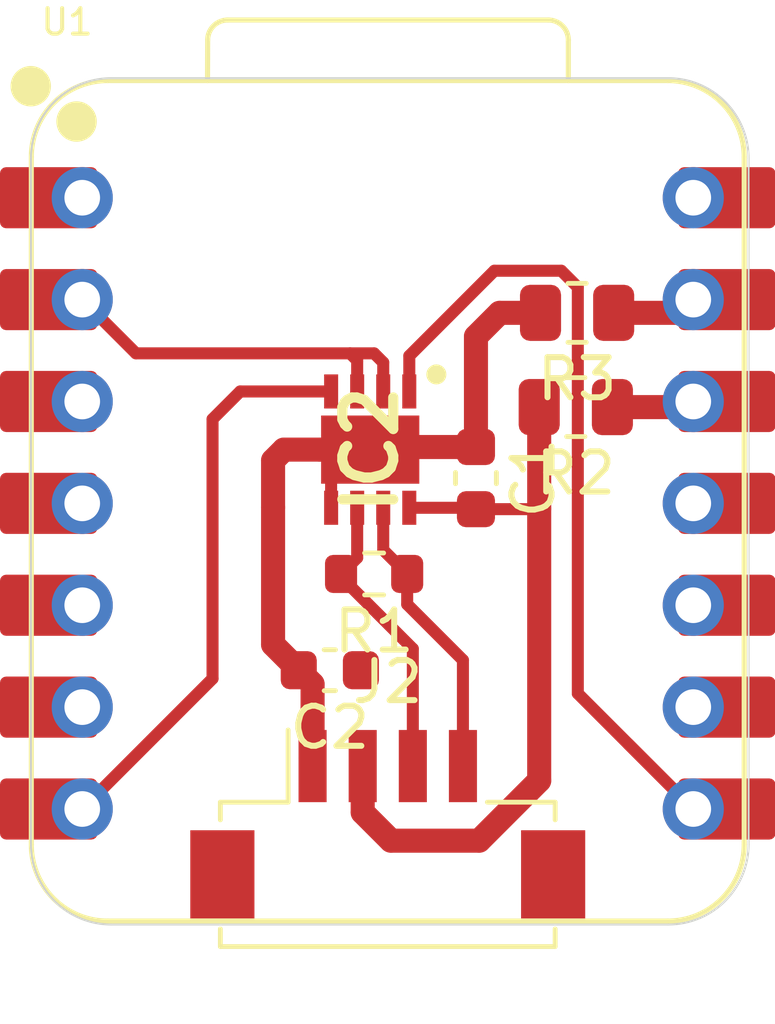
<source format=kicad_pcb>
(kicad_pcb (version 20240108) (generator "pcbnew") (generator_version "8.0")
  (layers (0 "F.Cu" signal) (31 "B.Cu" signal) (34 "B.Paste" user) (35 "F.Paste" user) (36 "B.SilkS" user "B.Silkscreen") (37 "F.SilkS" user "F.Silkscreen") (38 "B.Mask" user) (39 "F.Mask" user) (44 "Edge.Cuts" user))
  (net 0 "")
  (net 9 "Net-(U1-3V3)")
  (net 11 "Net-(R3-Pad1)")
  (net 12 "+3.3V")
  (net 13 "GND")
  (net 14 "Net-(IC2-B)")
  (net 15 "Net-(IC2-A)")
  (net 16 "/OE0")
  (net 17 "/TX0")
  (net 18 "/RX0")
  (footprint "Capacitor_SMD:C_0603_1608Metric" (layer "F.Cu") (at 128.555 104.16 180)
    (property "Reference" "C2" (at 0 -1.43 0) (layer "F.SilkS"))
    (property "Value" "C")
    (fp_line (start -0.14058 0.51) (end 0.14058 0.51) (stroke (width 0.12)) (layer "F.SilkS"))
    (fp_line (start -0.14058 -0.51) (end 0.14058 -0.51) (stroke (width 0.12)) (layer "F.SilkS"))
    (pad "1" smd roundrect (at -0.775 0 180) (size 0.9 0.95) (layers "F.Cu" "F.Paste" "F.Mask") (net 12 "+3.3V"))
    (pad "2" smd roundrect (at 0.775 0 180) (size 0.9 0.95) (layers "F.Cu" "F.Paste" "F.Mask") (net 13 "GND"))
  )
  (footprint "Seeed Studio XIAO Series Library:XIAO-ESP32-S3-DIP" (layer "F.Cu") (at 130 100)
    (property "Reference" "U1" (at -8 -12 0) (layer "F.SilkS") (effects (font (size 0.635 0.635) (thickness 0.1016))))
    (property "Value" "Seeed Studio XIAO SAMD21")
    (fp_line (start -8.89 8.509) (end -8.89 -8.636) (stroke (width 0.127)) (layer "F.SilkS"))
    (fp_line (start -6.985 10.414) (end 6.985 10.414) (stroke (width 0.127)) (layer "F.SilkS"))
    (fp_line (start -4.495 -10.541) (end -4.491272 -11.551272) (stroke (width 0.127)) (layer "F.SilkS"))
    (fp_line (start -3.991272 -12.051) (end 4.004 -12.051) (stroke (width 0.127)) (layer "F.SilkS"))
    (fp_line (start 4.504 -11.551) (end 4.504 -10.541) (stroke (width 0.127)) (layer "F.SilkS"))
    (fp_line (start 6.985 -10.541) (end -6.985 -10.541) (stroke (width 0.1)) (layer "F.SilkS"))
    (fp_line (start 6.985 -10.541) (end -6.985 -10.541) (stroke (width 0.127)) (layer "F.SilkS"))
    (fp_line (start 8.89 8.509) (end 8.89 -8.636) (stroke (width 0.127)) (layer "F.SilkS"))
    (fp_arc (start -8.89 -8.636) (mid -8.332038 -9.983038) (end -6.985 -10.541) (stroke (width 0.127)) (layer "F.SilkS"))
    (fp_arc (start -6.985 10.414) (mid -8.332038 9.856038) (end -8.89 8.509) (stroke (width 0.127)) (layer "F.SilkS"))
    (fp_arc (start -4.491272 -11.551272) (mid -4.344724 -11.904644) (end -3.991272 -12.051) (stroke (width 0.127)) (layer "F.SilkS"))
    (fp_arc (start 4.004 -12.051) (mid 4.357553 -11.904553) (end 4.504 -11.551) (stroke (width 0.127)) (layer "F.SilkS"))
    (fp_arc (start 6.985 -10.541) (mid 8.332038 -9.983038) (end 8.89 -8.636) (stroke (width 0.127)) (layer "F.SilkS"))
    (fp_arc (start 8.89 8.509) (mid 8.332038 9.856038) (end 6.985 10.414) (stroke (width 0.127)) (layer "F.SilkS"))
    (fp_circle (center -8.904 -10.4) (end -8.904 -10.654) (stroke (width 0.5)) (fill solid) (layer "F.SilkS"))
    (fp_circle (center -7.761 -9.52) (end -7.761 -9.774) (stroke (width 0.5)) (fill solid) (layer "F.SilkS"))
    (pad "1" smd roundrect (at -8.455 -7.62 180) (size 2.432 1.524) (layers "F.Cu" "F.Mask") (roundrect_rratio 0.1))
    (pad "1" thru_hole circle (at -7.62 -7.62 180) (size 1.524 1.524) (drill 0.889) (layers "*.Cu" "*.Mask"))
    (pad "2" smd roundrect (at -8.455 -5.08 180) (size 2.432 1.524) (layers "F.Cu" "F.Mask") (roundrect_rratio 0.1) (net 16 "/OE0"))
    (pad "2" thru_hole circle (at -7.62 -5.08 180) (size 1.524 1.524) (drill 0.889) (layers "*.Cu" "*.Mask") (net 16 "/OE0"))
    (pad "3" smd roundrect (at -8.455 -2.54 180) (size 2.432 1.524) (layers "F.Cu" "F.Mask") (roundrect_rratio 0.1))
    (pad "3" thru_hole circle (at -7.62 -2.54 180) (size 1.524 1.524) (drill 0.889) (layers "*.Cu" "*.Mask"))
    (pad "4" smd roundrect (at -8.455 0 180) (size 2.432 1.524) (layers "F.Cu" "F.Mask") (roundrect_rratio 0.1))
    (pad "4" thru_hole circle (at -7.62 0 180) (size 1.524 1.524) (drill 0.889) (layers "*.Cu" "*.Mask"))
    (pad "5" smd roundrect (at -8.455 2.54 180) (size 2.432 1.524) (layers "F.Cu" "F.Mask") (roundrect_rratio 0.1))
    (pad "5" thru_hole circle (at -7.62 2.54 180) (size 1.524 1.524) (drill 0.889) (layers "*.Cu" "*.Mask"))
    (pad "6" smd roundrect (at -8.455 5.08 180) (size 2.432 1.524) (layers "F.Cu" "F.Mask") (roundrect_rratio 0.1))
    (pad "6" thru_hole circle (at -7.62 5.08 180) (size 1.524 1.524) (drill 0.889) (layers "*.Cu" "*.Mask"))
    (pad "7" smd roundrect (at -8.455 7.62 180) (size 2.432 1.524) (layers "F.Cu" "F.Mask") (roundrect_rratio 0.1) (net 17 "/TX0"))
    (pad "7" thru_hole circle (at -7.62 7.62 180) (size 1.524 1.524) (drill 0.889) (layers "*.Cu" "*.Mask") (net 17 "/TX0"))
    (pad "8" thru_hole circle (at 7.62 7.62) (size 1.524 1.524) (drill 0.889) (layers "*.Cu" "*.Mask") (net 18 "/RX0"))
    (pad "8" smd roundrect (at 8.455 7.62) (size 2.432 1.524) (layers "F.Cu" "F.Mask") (roundrect_rratio 0.1) (net 18 "/RX0"))
    (pad "9" thru_hole circle (at 7.62 5.08) (size 1.524 1.524) (drill 0.889) (layers "*.Cu" "*.Mask"))
    (pad "9" smd roundrect (at 8.455 5.08) (size 2.432 1.524) (layers "F.Cu" "F.Mask") (roundrect_rratio 0.1))
    (pad "10" thru_hole circle (at 7.62 2.54) (size 1.524 1.524) (drill 0.889) (layers "*.Cu" "*.Mask"))
    (pad "10" smd roundrect (at 8.455 2.54) (size 2.432 1.524) (layers "F.Cu" "F.Mask") (roundrect_rratio 0.1))
    (pad "11" thru_hole circle (at 7.62 0) (size 1.524 1.524) (drill 0.889) (layers "*.Cu" "*.Mask"))
    (pad "11" smd roundrect (at 8.455 0) (size 2.432 1.524) (layers "F.Cu" "F.Mask") (roundrect_rratio 0.1))
    (pad "12" thru_hole circle (at 7.62 -2.54) (size 1.524 1.524) (drill 0.889) (layers "*.Cu" "*.Mask") (net 9 "Net-(U1-3V3)"))
    (pad "12" smd roundrect (at 8.455 -2.54) (size 2.432 1.524) (layers "F.Cu" "F.Mask") (roundrect_rratio 0.1) (net 9 "Net-(U1-3V3)"))
    (pad "13" thru_hole circle (at 7.62 -5.08) (size 1.524 1.524) (drill 0.889) (layers "*.Cu" "*.Mask") (net 11 "Net-(R3-Pad1)"))
    (pad "13" smd roundrect (at 8.455 -5.08) (size 2.432 1.524) (layers "F.Cu" "F.Mask") (roundrect_rratio 0.1) (net 11 "Net-(R3-Pad1)"))
    (pad "14" thru_hole circle (at 7.62 -7.62) (size 1.524 1.524) (drill 0.889) (layers "*.Cu" "*.Mask"))
    (pad "14" smd roundrect (at 8.455 -7.62) (size 2.432 1.524) (layers "F.Cu" "F.Mask") (roundrect_rratio 0.1))
  )
  (footprint "Capacitor_SMD:C_0603_1608Metric" (layer "F.Cu") (at 132.2 99.37 -90)
    (property "Reference" "C1" (at 0 -1.43 90) (layer "F.SilkS"))
    (property "Value" "C")
    (fp_line (start -0.14058 0.51) (end 0.14058 0.51) (stroke (width 0.12)) (layer "F.SilkS"))
    (fp_line (start -0.14058 -0.51) (end 0.14058 -0.51) (stroke (width 0.12)) (layer "F.SilkS"))
    (pad "1" smd roundrect (at -0.775 0 270) (size 0.9 0.95) (layers "F.Cu" "F.Paste" "F.Mask") (net 13 "GND"))
    (pad "2" smd roundrect (at 0.775 0 270) (size 0.9 0.95) (layers "F.Cu" "F.Paste" "F.Mask") (net 12 "+3.3V"))
  )
  (footprint "Resistor_SMD:R_0805_2012Metric" (layer "F.Cu") (at 134.69 97.6 180)
    (property "Reference" "R2" (at 0 -1.65 0) (layer "F.SilkS"))
    (property "Value" "R")
    (fp_line (start -0.227064 0.735) (end 0.227064 0.735) (stroke (width 0.12)) (layer "F.SilkS"))
    (fp_line (start -0.227064 -0.735) (end 0.227064 -0.735) (stroke (width 0.12)) (layer "F.SilkS"))
    (pad "1" smd roundrect (at -0.9125 0 180) (size 1.025 1.4) (layers "F.Cu" "F.Paste" "F.Mask") (roundrect_rratio 0.243902) (net 9 "Net-(U1-3V3)"))
    (pad "2" smd roundrect (at 0.9125 0 180) (size 1.025 1.4) (layers "F.Cu" "F.Paste" "F.Mask") (roundrect_rratio 0.243902) (net 12 "+3.3V"))
  )
  (footprint "Library:SON65P300X300X100-9N" (layer "F.Cu") (at 129.5625 98.66 -90)
    (property "Reference" "IC2" (at 0 0 90) (layer "F.SilkS") (effects (font (size 1.27 1.27) (thickness 0.254))))
    (property "Value" "THVD2450DRBR" (hide yes))
    (fp_circle (center -1.875 -1.65) (end -1.875 -1.525) (stroke (width 0.25)) (fill none) (layer "F.SilkS"))
    (pad "1" smd rect (at -1.45 -0.975) (size 0.35 0.85) (layers "F.Cu" "F.Paste" "F.Mask") (net 18 "/RX0"))
    (pad "2" smd rect (at -1.45 -0.325) (size 0.35 0.85) (layers "F.Cu" "F.Paste" "F.Mask") (net 16 "/OE0"))
    (pad "3" smd rect (at -1.45 0.325) (size 0.35 0.85) (layers "F.Cu" "F.Paste" "F.Mask") (net 16 "/OE0"))
    (pad "4" smd rect (at -1.45 0.975) (size 0.35 0.85) (layers "F.Cu" "F.Paste" "F.Mask") (net 17 "/TX0"))
    (pad "5" smd rect (at 1.45 0.975) (size 0.35 0.85) (layers "F.Cu" "F.Paste" "F.Mask") (net 13 "GND"))
    (pad "6" smd rect (at 1.45 0.325) (size 0.35 0.85) (layers "F.Cu" "F.Paste" "F.Mask") (net 15 "Net-(IC2-A)"))
    (pad "7" smd rect (at 1.45 -0.325) (size 0.35 0.85) (layers "F.Cu" "F.Paste" "F.Mask") (net 14 "Net-(IC2-B)"))
    (pad "8" smd rect (at 1.45 -0.975) (size 0.35 0.85) (layers "F.Cu" "F.Paste" "F.Mask") (net 12 "+3.3V"))
    (pad "9" smd rect (at 0 0 270) (size 1.7 2.45) (layers "F.Cu" "F.Paste" "F.Mask") (net 13 "GND"))
  )
  (footprint "Resistor_SMD:R_0603_1608Metric" (layer "F.Cu") (at 129.66 101.76 180)
    (property "Reference" "R1" (at 0 -1.43 0) (layer "F.SilkS"))
    (property "Value" "120")
    (fp_line (start -0.237258 0.5225) (end 0.237258 0.5225) (stroke (width 0.12)) (layer "F.SilkS"))
    (fp_line (start -0.237258 -0.5225) (end 0.237258 -0.5225) (stroke (width 0.12)) (layer "F.SilkS"))
    (pad "1" smd roundrect (at -0.825 0 180) (size 0.8 0.95) (layers "F.Cu" "F.Paste" "F.Mask") (net 14 "Net-(IC2-B)"))
    (pad "2" smd roundrect (at 0.825 0 180) (size 0.8 0.95) (layers "F.Cu" "F.Paste" "F.Mask") (net 15 "Net-(IC2-A)"))
  )
  (footprint "Resistor_SMD:R_0805_2012Metric" (layer "F.Cu") (at 134.7225 95.25 180)
    (property "Reference" "R3" (at 0 -1.65 0) (layer "F.SilkS"))
    (property "Value" "R")
    (fp_line (start -0.227064 0.735) (end 0.227064 0.735) (stroke (width 0.12)) (layer "F.SilkS"))
    (fp_line (start -0.227064 -0.735) (end 0.227064 -0.735) (stroke (width 0.12)) (layer "F.SilkS"))
    (pad "1" smd roundrect (at -0.9125 0 180) (size 1.025 1.4) (layers "F.Cu" "F.Paste" "F.Mask") (roundrect_rratio 0.243902) (net 11 "Net-(R3-Pad1)"))
    (pad "2" smd roundrect (at 0.9125 0 180) (size 1.025 1.4) (layers "F.Cu" "F.Paste" "F.Mask") (roundrect_rratio 0.243902) (net 13 "GND"))
  )
  (footprint "Connector_Hirose:Hirose_DF13C_CL535-0404-8-51_1x04-1MP_P1.25mm_Vertical" (layer "F.Cu") (at 130 108)
    (property "Reference" "J2" (at 0 -3.55 0) (layer "F.SilkS"))
    (property "Value" "Conn_01x04_Pin")
    (fp_line (start -4.175 -0.55) (end -4.175 -0.11) (stroke (width 0.12)) (layer "F.SilkS"))
    (fp_line (start -4.175 2.61) (end -4.175 3.05) (stroke (width 0.12)) (layer "F.SilkS"))
    (fp_line (start -4.175 3.05) (end 4.175 3.05) (stroke (width 0.12)) (layer "F.SilkS"))
    (fp_line (start -2.485 -0.55) (end -4.175 -0.55) (stroke (width 0.12)) (layer "F.SilkS"))
    (fp_line (start -2.485 -0.55) (end -2.485 -2.35) (stroke (width 0.12)) (layer "F.SilkS"))
    (fp_line (start 2.485 -0.55) (end 4.175 -0.55) (stroke (width 0.12)) (layer "F.SilkS"))
    (fp_line (start 4.175 -0.55) (end 4.175 -0.11) (stroke (width 0.12)) (layer "F.SilkS"))
    (fp_line (start 4.175 3.05) (end 4.175 2.61) (stroke (width 0.12)) (layer "F.SilkS"))
    (pad "1" smd rect (at -1.875 -1.45) (size 0.7 1.8) (layers "F.Cu" "F.Paste" "F.Mask") (net 13 "GND"))
    (pad "2" smd rect (at -0.625 -1.45) (size 0.7 1.8) (layers "F.Cu" "F.Paste" "F.Mask") (net 12 "+3.3V"))
    (pad "3" smd rect (at 0.625 -1.45) (size 0.7 1.8) (layers "F.Cu" "F.Paste" "F.Mask") (net 15 "Net-(IC2-A)"))
    (pad "4" smd rect (at 1.875 -1.45) (size 0.7 1.8) (layers "F.Cu" "F.Paste" "F.Mask") (net 14 "Net-(IC2-B)"))
    (pad "MP" smd rect (at -4.125 1.25) (size 1.6 2.2) (layers "F.Cu" "F.Paste" "F.Mask"))
    (pad "MP" smd rect (at 4.125 1.25) (size 1.6 2.2) (layers "F.Cu" "F.Paste" "F.Mask"))
  )
  (gr_arc (start 139 108.5) (mid 138.414214 109.914214) (end 137 110.5) (stroke (width 0.05)) (layer "Edge.Cuts"))
  (gr_arc (start 123.1 110.5) (mid 121.685786 109.914214) (end 121.1 108.5) (stroke (width 0.05)) (layer "Edge.Cuts"))
  (gr_arc (start 137 89.4) (mid 138.414214 89.985786) (end 139 91.4) (stroke (width 0.05)) (layer "Edge.Cuts"))
  (gr_line (start 121.1 108.5) (end 121.1 91.4) (stroke (width 0.05)) (layer "Edge.Cuts"))
  (gr_line (start 123.1 89.4) (end 137 89.4) (stroke (width 0.05)) (layer "Edge.Cuts"))
  (gr_line (start 139 91.4) (end 139 108.5) (stroke (width 0.05)) (layer "Edge.Cuts"))
  (gr_line (start 137 110.5) (end 123.1 110.5) (stroke (width 0.05)) (layer "Edge.Cuts"))
  (gr_arc (start 121.1 91.4) (mid 121.685786 89.985786) (end 123.1 89.4) (stroke (width 0.05)) (layer "Edge.Cuts"))
  (segment (start 135.6025 97.6) (end 137.48 97.6) (width 0.6) (layer "F.Cu") (net 9))
  (segment (start 137.48 97.6) (end 137.62 97.46) (width 0.6) (layer "F.Cu") (net 9))
  (segment (start 135.635 95.25) (end 137.29 95.25) (width 0.6) (layer "F.Cu") (net 11))
  (segment (start 137.29 95.25) (end 137.62 94.92) (width 0.6) (layer "F.Cu") (net 11))
  (segment (start 132.165 100.11) (end 132.2 100.145) (width 0.3) (layer "F.Cu") (net 12))
  (segment (start 133.7775 97.6) (end 133.7775 98.92) (width 0.6) (layer "F.Cu") (net 12))
  (segment (start 133.7775 100.13) (end 133.7775 106.9125) (width 0.6) (layer "F.Cu") (net 12))
  (segment (start 133.7625 100.145) (end 133.7775 100.13) (width 0.3) (layer "F.Cu") (net 12))
  (segment (start 129.33 106.505) (end 129.375 106.55) (width 0.3) (layer "F.Cu") (net 12))
  (segment (start 133.7775 99.5475) (end 133.85 99.62) (width 0.3) (layer "F.Cu") (net 12))
  (segment (start 133.7775 98.92) (end 133.7775 100.13) (width 0.6) (layer "F.Cu") (net 12))
  (segment (start 130.08 108.41) (end 129.375 107.705) (width 0.6) (layer "F.Cu") (net 12))
  (segment (start 129.375 107.705) (end 129.375 106.55) (width 0.6) (layer "F.Cu") (net 12))
  (segment (start 133.7675 98.93) (end 133.7775 98.92) (width 0.3) (layer "F.Cu") (net 12))
  (segment (start 133.7775 106.9125) (end 132.28 108.41) (width 0.6) (layer "F.Cu") (net 12))
  (segment (start 132.28 108.41) (end 130.08 108.41) (width 0.6) (layer "F.Cu") (net 12))
  (segment (start 132.2 100.145) (end 133.7625 100.145) (width 0.3) (layer "F.Cu") (net 12))
  (segment (start 130.5375 100.11) (end 132.165 100.11) (width 0.3) (layer "F.Cu") (net 12))
  (segment (start 133.81 95.25) (end 132.79 95.25) (width 0.6) (layer "F.Cu") (net 13))
  (segment (start 132.2 95.84) (end 132.2 98.595) (width 0.6) (layer "F.Cu") (net 13))
  (segment (start 129.6275 98.595) (end 129.5625 98.66) (width 0.6) (layer "F.Cu") (net 13))
  (segment (start 128.125 104.505) (end 128.125 106.55) (width 0.6) (layer "F.Cu") (net 13))
  (segment (start 127.14 98.93) (end 127.41 98.66) (width 0.6) (layer "F.Cu") (net 13))
  (segment (start 127.14 98.93) (end 127.14 100.1) (width 0.6) (layer "F.Cu") (net 13))
  (segment (start 128.3 98.66) (end 129.5625 98.66) (width 0.6) (layer "F.Cu") (net 13))
  (segment (start 127.78 104.16) (end 128.125 104.505) (width 0.6) (layer "F.Cu") (net 13))
  (segment (start 127.15 100.11) (end 127.14 100.1) (width 0.3) (layer "F.Cu") (net 13))
  (segment (start 127.14 103.52) (end 127.78 104.16) (width 0.6) (layer "F.Cu") (net 13))
  (segment (start 127.41 98.66) (end 128.3 98.66) (width 0.6) (layer "F.Cu") (net 13))
  (segment (start 127.925 106.35) (end 128.125 106.55) (width 0.3) (layer "F.Cu") (net 13))
  (segment (start 132.2 98.595) (end 129.6275 98.595) (width 0.6) (layer "F.Cu") (net 13))
  (segment (start 128.5875 100.11) (end 128.5875 98.9475) (width 0.3) (layer "F.Cu") (net 13))
  (segment (start 127.14 100.1) (end 127.14 103.52) (width 0.6) (layer "F.Cu") (net 13))
  (segment (start 132.79 95.25) (end 132.2 95.84) (width 0.6) (layer "F.Cu") (net 13))
  (segment (start 128.5875 98.9475) (end 128.3 98.66) (width 0.3) (layer "F.Cu") (net 13))
  (segment (start 131.875 103.9075) (end 131.875 106.55) (width 0.3) (layer "F.Cu") (net 14))
  (segment (start 130.485 101.76) (end 130.485 102.5175) (width 0.3) (layer "F.Cu") (net 14))
  (segment (start 129.8875 100.11) (end 129.8875 101.1625) (width 0.3) (layer "F.Cu") (net 14))
  (segment (start 130.485 102.5175) (end 131.875 103.9075) (width 0.3) (layer "F.Cu") (net 14))
  (segment (start 129.8875 101.1625) (end 130.485 101.76) (width 0.3) (layer "F.Cu") (net 14))
  (segment (start 128.835 101.835) (end 130.625 103.625) (width 0.3) (layer "F.Cu") (net 15))
  (segment (start 128.835 101.76) (end 129.2375 101.3575) (width 0.3) (layer "F.Cu") (net 15))
  (segment (start 129.2375 101.3575) (end 129.2375 100.11) (width 0.3) (layer "F.Cu") (net 15))
  (segment (start 128.835 101.76) (end 128.835 101.835) (width 0.3) (layer "F.Cu") (net 15))
  (segment (start 130.625 103.625) (end 130.625 106.55) (width 0.3) (layer "F.Cu") (net 15))
  (segment (start 129.2375 97.21) (end 129.2375 96.4375) (width 0.3) (layer "F.Cu") (net 16))
  (segment (start 129.2375 96.4375) (end 129.06 96.26) (width 0.3) (layer "F.Cu") (net 16))
  (segment (start 129.06 96.26) (end 123.72 96.26) (width 0.3) (layer "F.Cu") (net 16))
  (segment (start 129.8875 96.4875) (end 129.66 96.26) (width 0.3) (layer "F.Cu") (net 16))
  (segment (start 129.66 96.26) (end 129.06 96.26) (width 0.3) (layer "F.Cu") (net 16))
  (segment (start 123.72 96.26) (end 122.38 94.92) (width 0.3) (layer "F.Cu") (net 16))
  (segment (start 129.8875 97.21) (end 129.8875 96.4875) (width 0.3) (layer "F.Cu") (net 16))
  (segment (start 125.63 104.37) (end 122.38 107.62) (width 0.3) (layer "F.Cu") (net 17))
  (segment (start 126.32 97.21) (end 125.63 97.9) (width 0.3) (layer "F.Cu") (net 17))
  (segment (start 125.63 97.9) (end 125.63 104.37) (width 0.3) (layer "F.Cu") (net 17))
  (segment (start 128.5875 97.21) (end 126.32 97.21) (width 0.3) (layer "F.Cu") (net 17))
  (segment (start 134.327956 94.2) (end 132.66 94.2) (width 0.3) (layer "F.Cu") (net 18))
  (segment (start 134.74 104.74) (end 134.74 94.612044) (width 0.3) (layer "F.Cu") (net 18))
  (segment (start 134.74 94.612044) (end 134.327956 94.2) (width 0.3) (layer "F.Cu") (net 18))
  (segment (start 130.5375 96.3225) (end 130.5375 97.21) (width 0.3) (layer "F.Cu") (net 18))
  (segment (start 132.66 94.2) (end 130.5375 96.3225) (width 0.3) (layer "F.Cu") (net 18))
  (segment (start 137.62 107.62) (end 134.74 104.74) (width 0.3) (layer "F.Cu") (net 18))
  (segment (start 136 106) (end 137.62 107.62) (width 0.3) (layer "F.Cu") (net 18))
)
</source>
